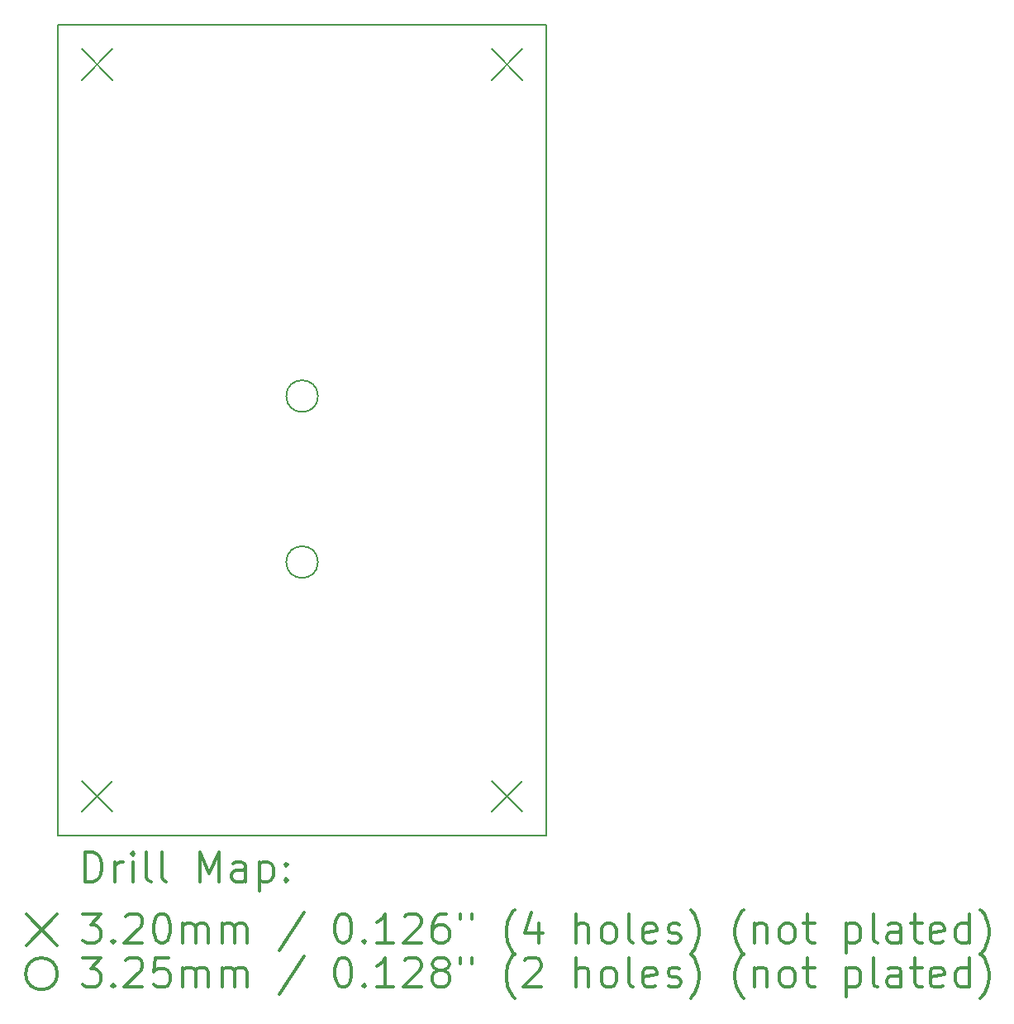
<source format=gbr>
%FSLAX45Y45*%
G04 Gerber Fmt 4.5, Leading zero omitted, Abs format (unit mm)*
G04 Created by KiCad (PCBNEW 6.0.0-rc1-unknown-f2ccad3~66~ubuntu18.04.1) date Mi 07 Nov 2018 22:10:33 CET*
%MOMM*%
%LPD*%
G01*
G04 APERTURE LIST*
%ADD10C,0.150000*%
%ADD11C,0.200000*%
%ADD12C,0.300000*%
G04 APERTURE END LIST*
D10*
X5000000Y0D02*
X5000000Y8300000D01*
X0Y8300000D02*
X0Y0D01*
X5000000Y8300000D02*
X0Y8300000D01*
X0Y0D02*
X5000000Y0D01*
D11*
X4440000Y8060000D02*
X4760000Y7740000D01*
X4760000Y8060000D02*
X4440000Y7740000D01*
X240000Y560000D02*
X560000Y240000D01*
X560000Y560000D02*
X240000Y240000D01*
X240000Y8060000D02*
X560000Y7740000D01*
X560000Y8060000D02*
X240000Y7740000D01*
X4440000Y560000D02*
X4760000Y240000D01*
X4760000Y560000D02*
X4440000Y240000D01*
X2662500Y2800000D02*
G75*
G03X2662500Y2800000I-162500J0D01*
G01*
X2662500Y4500000D02*
G75*
G03X2662500Y4500000I-162500J0D01*
G01*
D12*
X278928Y-473214D02*
X278928Y-173214D01*
X350357Y-173214D01*
X393214Y-187500D01*
X421786Y-216071D01*
X436071Y-244643D01*
X450357Y-301786D01*
X450357Y-344643D01*
X436071Y-401786D01*
X421786Y-430357D01*
X393214Y-458929D01*
X350357Y-473214D01*
X278928Y-473214D01*
X578928Y-473214D02*
X578928Y-273214D01*
X578928Y-330357D02*
X593214Y-301786D01*
X607500Y-287500D01*
X636071Y-273214D01*
X664643Y-273214D01*
X764643Y-473214D02*
X764643Y-273214D01*
X764643Y-173214D02*
X750357Y-187500D01*
X764643Y-201786D01*
X778928Y-187500D01*
X764643Y-173214D01*
X764643Y-201786D01*
X950357Y-473214D02*
X921786Y-458929D01*
X907500Y-430357D01*
X907500Y-173214D01*
X1107500Y-473214D02*
X1078928Y-458929D01*
X1064643Y-430357D01*
X1064643Y-173214D01*
X1450357Y-473214D02*
X1450357Y-173214D01*
X1550357Y-387500D01*
X1650357Y-173214D01*
X1650357Y-473214D01*
X1921786Y-473214D02*
X1921786Y-316072D01*
X1907500Y-287500D01*
X1878928Y-273214D01*
X1821786Y-273214D01*
X1793214Y-287500D01*
X1921786Y-458929D02*
X1893214Y-473214D01*
X1821786Y-473214D01*
X1793214Y-458929D01*
X1778928Y-430357D01*
X1778928Y-401786D01*
X1793214Y-373214D01*
X1821786Y-358929D01*
X1893214Y-358929D01*
X1921786Y-344643D01*
X2064643Y-273214D02*
X2064643Y-573214D01*
X2064643Y-287500D02*
X2093214Y-273214D01*
X2150357Y-273214D01*
X2178928Y-287500D01*
X2193214Y-301786D01*
X2207500Y-330357D01*
X2207500Y-416071D01*
X2193214Y-444643D01*
X2178928Y-458929D01*
X2150357Y-473214D01*
X2093214Y-473214D01*
X2064643Y-458929D01*
X2336071Y-444643D02*
X2350357Y-458929D01*
X2336071Y-473214D01*
X2321786Y-458929D01*
X2336071Y-444643D01*
X2336071Y-473214D01*
X2336071Y-287500D02*
X2350357Y-301786D01*
X2336071Y-316072D01*
X2321786Y-301786D01*
X2336071Y-287500D01*
X2336071Y-316072D01*
X-327500Y-807500D02*
X-7500Y-1127500D01*
X-7500Y-807500D02*
X-327500Y-1127500D01*
X250357Y-803214D02*
X436071Y-803214D01*
X336071Y-917500D01*
X378928Y-917500D01*
X407500Y-931786D01*
X421786Y-946071D01*
X436071Y-974643D01*
X436071Y-1046071D01*
X421786Y-1074643D01*
X407500Y-1088929D01*
X378928Y-1103214D01*
X293214Y-1103214D01*
X264643Y-1088929D01*
X250357Y-1074643D01*
X564643Y-1074643D02*
X578928Y-1088929D01*
X564643Y-1103214D01*
X550357Y-1088929D01*
X564643Y-1074643D01*
X564643Y-1103214D01*
X693214Y-831786D02*
X707500Y-817500D01*
X736071Y-803214D01*
X807500Y-803214D01*
X836071Y-817500D01*
X850357Y-831786D01*
X864643Y-860357D01*
X864643Y-888929D01*
X850357Y-931786D01*
X678928Y-1103214D01*
X864643Y-1103214D01*
X1050357Y-803214D02*
X1078928Y-803214D01*
X1107500Y-817500D01*
X1121786Y-831786D01*
X1136071Y-860357D01*
X1150357Y-917500D01*
X1150357Y-988929D01*
X1136071Y-1046071D01*
X1121786Y-1074643D01*
X1107500Y-1088929D01*
X1078928Y-1103214D01*
X1050357Y-1103214D01*
X1021786Y-1088929D01*
X1007500Y-1074643D01*
X993214Y-1046071D01*
X978928Y-988929D01*
X978928Y-917500D01*
X993214Y-860357D01*
X1007500Y-831786D01*
X1021786Y-817500D01*
X1050357Y-803214D01*
X1278928Y-1103214D02*
X1278928Y-903214D01*
X1278928Y-931786D02*
X1293214Y-917500D01*
X1321786Y-903214D01*
X1364643Y-903214D01*
X1393214Y-917500D01*
X1407500Y-946071D01*
X1407500Y-1103214D01*
X1407500Y-946071D02*
X1421786Y-917500D01*
X1450357Y-903214D01*
X1493214Y-903214D01*
X1521786Y-917500D01*
X1536071Y-946071D01*
X1536071Y-1103214D01*
X1678928Y-1103214D02*
X1678928Y-903214D01*
X1678928Y-931786D02*
X1693214Y-917500D01*
X1721786Y-903214D01*
X1764643Y-903214D01*
X1793214Y-917500D01*
X1807500Y-946071D01*
X1807500Y-1103214D01*
X1807500Y-946071D02*
X1821786Y-917500D01*
X1850357Y-903214D01*
X1893214Y-903214D01*
X1921786Y-917500D01*
X1936071Y-946071D01*
X1936071Y-1103214D01*
X2521786Y-788929D02*
X2264643Y-1174643D01*
X2907500Y-803214D02*
X2936071Y-803214D01*
X2964643Y-817500D01*
X2978928Y-831786D01*
X2993214Y-860357D01*
X3007500Y-917500D01*
X3007500Y-988929D01*
X2993214Y-1046071D01*
X2978928Y-1074643D01*
X2964643Y-1088929D01*
X2936071Y-1103214D01*
X2907500Y-1103214D01*
X2878928Y-1088929D01*
X2864643Y-1074643D01*
X2850357Y-1046071D01*
X2836071Y-988929D01*
X2836071Y-917500D01*
X2850357Y-860357D01*
X2864643Y-831786D01*
X2878928Y-817500D01*
X2907500Y-803214D01*
X3136071Y-1074643D02*
X3150357Y-1088929D01*
X3136071Y-1103214D01*
X3121786Y-1088929D01*
X3136071Y-1074643D01*
X3136071Y-1103214D01*
X3436071Y-1103214D02*
X3264643Y-1103214D01*
X3350357Y-1103214D02*
X3350357Y-803214D01*
X3321786Y-846071D01*
X3293214Y-874643D01*
X3264643Y-888929D01*
X3550357Y-831786D02*
X3564643Y-817500D01*
X3593214Y-803214D01*
X3664643Y-803214D01*
X3693214Y-817500D01*
X3707500Y-831786D01*
X3721786Y-860357D01*
X3721786Y-888929D01*
X3707500Y-931786D01*
X3536071Y-1103214D01*
X3721786Y-1103214D01*
X3978928Y-803214D02*
X3921786Y-803214D01*
X3893214Y-817500D01*
X3878928Y-831786D01*
X3850357Y-874643D01*
X3836071Y-931786D01*
X3836071Y-1046071D01*
X3850357Y-1074643D01*
X3864643Y-1088929D01*
X3893214Y-1103214D01*
X3950357Y-1103214D01*
X3978928Y-1088929D01*
X3993214Y-1074643D01*
X4007500Y-1046071D01*
X4007500Y-974643D01*
X3993214Y-946071D01*
X3978928Y-931786D01*
X3950357Y-917500D01*
X3893214Y-917500D01*
X3864643Y-931786D01*
X3850357Y-946071D01*
X3836071Y-974643D01*
X4121786Y-803214D02*
X4121786Y-860357D01*
X4236071Y-803214D02*
X4236071Y-860357D01*
X4678928Y-1217500D02*
X4664643Y-1203214D01*
X4636071Y-1160357D01*
X4621786Y-1131786D01*
X4607500Y-1088929D01*
X4593214Y-1017500D01*
X4593214Y-960357D01*
X4607500Y-888929D01*
X4621786Y-846071D01*
X4636071Y-817500D01*
X4664643Y-774643D01*
X4678928Y-760357D01*
X4921786Y-903214D02*
X4921786Y-1103214D01*
X4850357Y-788929D02*
X4778928Y-1003214D01*
X4964643Y-1003214D01*
X5307500Y-1103214D02*
X5307500Y-803214D01*
X5436071Y-1103214D02*
X5436071Y-946071D01*
X5421786Y-917500D01*
X5393214Y-903214D01*
X5350357Y-903214D01*
X5321786Y-917500D01*
X5307500Y-931786D01*
X5621786Y-1103214D02*
X5593214Y-1088929D01*
X5578928Y-1074643D01*
X5564643Y-1046071D01*
X5564643Y-960357D01*
X5578928Y-931786D01*
X5593214Y-917500D01*
X5621786Y-903214D01*
X5664643Y-903214D01*
X5693214Y-917500D01*
X5707500Y-931786D01*
X5721786Y-960357D01*
X5721786Y-1046071D01*
X5707500Y-1074643D01*
X5693214Y-1088929D01*
X5664643Y-1103214D01*
X5621786Y-1103214D01*
X5893214Y-1103214D02*
X5864643Y-1088929D01*
X5850357Y-1060357D01*
X5850357Y-803214D01*
X6121786Y-1088929D02*
X6093214Y-1103214D01*
X6036071Y-1103214D01*
X6007500Y-1088929D01*
X5993214Y-1060357D01*
X5993214Y-946071D01*
X6007500Y-917500D01*
X6036071Y-903214D01*
X6093214Y-903214D01*
X6121786Y-917500D01*
X6136071Y-946071D01*
X6136071Y-974643D01*
X5993214Y-1003214D01*
X6250357Y-1088929D02*
X6278928Y-1103214D01*
X6336071Y-1103214D01*
X6364643Y-1088929D01*
X6378928Y-1060357D01*
X6378928Y-1046071D01*
X6364643Y-1017500D01*
X6336071Y-1003214D01*
X6293214Y-1003214D01*
X6264643Y-988929D01*
X6250357Y-960357D01*
X6250357Y-946071D01*
X6264643Y-917500D01*
X6293214Y-903214D01*
X6336071Y-903214D01*
X6364643Y-917500D01*
X6478928Y-1217500D02*
X6493214Y-1203214D01*
X6521786Y-1160357D01*
X6536071Y-1131786D01*
X6550357Y-1088929D01*
X6564643Y-1017500D01*
X6564643Y-960357D01*
X6550357Y-888929D01*
X6536071Y-846071D01*
X6521786Y-817500D01*
X6493214Y-774643D01*
X6478928Y-760357D01*
X7021786Y-1217500D02*
X7007500Y-1203214D01*
X6978928Y-1160357D01*
X6964643Y-1131786D01*
X6950357Y-1088929D01*
X6936071Y-1017500D01*
X6936071Y-960357D01*
X6950357Y-888929D01*
X6964643Y-846071D01*
X6978928Y-817500D01*
X7007500Y-774643D01*
X7021786Y-760357D01*
X7136071Y-903214D02*
X7136071Y-1103214D01*
X7136071Y-931786D02*
X7150357Y-917500D01*
X7178928Y-903214D01*
X7221786Y-903214D01*
X7250357Y-917500D01*
X7264643Y-946071D01*
X7264643Y-1103214D01*
X7450357Y-1103214D02*
X7421786Y-1088929D01*
X7407500Y-1074643D01*
X7393214Y-1046071D01*
X7393214Y-960357D01*
X7407500Y-931786D01*
X7421786Y-917500D01*
X7450357Y-903214D01*
X7493214Y-903214D01*
X7521786Y-917500D01*
X7536071Y-931786D01*
X7550357Y-960357D01*
X7550357Y-1046071D01*
X7536071Y-1074643D01*
X7521786Y-1088929D01*
X7493214Y-1103214D01*
X7450357Y-1103214D01*
X7636071Y-903214D02*
X7750357Y-903214D01*
X7678928Y-803214D02*
X7678928Y-1060357D01*
X7693214Y-1088929D01*
X7721786Y-1103214D01*
X7750357Y-1103214D01*
X8078928Y-903214D02*
X8078928Y-1203214D01*
X8078928Y-917500D02*
X8107500Y-903214D01*
X8164643Y-903214D01*
X8193214Y-917500D01*
X8207500Y-931786D01*
X8221786Y-960357D01*
X8221786Y-1046071D01*
X8207500Y-1074643D01*
X8193214Y-1088929D01*
X8164643Y-1103214D01*
X8107500Y-1103214D01*
X8078928Y-1088929D01*
X8393214Y-1103214D02*
X8364643Y-1088929D01*
X8350357Y-1060357D01*
X8350357Y-803214D01*
X8636071Y-1103214D02*
X8636071Y-946071D01*
X8621786Y-917500D01*
X8593214Y-903214D01*
X8536071Y-903214D01*
X8507500Y-917500D01*
X8636071Y-1088929D02*
X8607500Y-1103214D01*
X8536071Y-1103214D01*
X8507500Y-1088929D01*
X8493214Y-1060357D01*
X8493214Y-1031786D01*
X8507500Y-1003214D01*
X8536071Y-988929D01*
X8607500Y-988929D01*
X8636071Y-974643D01*
X8736071Y-903214D02*
X8850357Y-903214D01*
X8778928Y-803214D02*
X8778928Y-1060357D01*
X8793214Y-1088929D01*
X8821786Y-1103214D01*
X8850357Y-1103214D01*
X9064643Y-1088929D02*
X9036071Y-1103214D01*
X8978928Y-1103214D01*
X8950357Y-1088929D01*
X8936071Y-1060357D01*
X8936071Y-946071D01*
X8950357Y-917500D01*
X8978928Y-903214D01*
X9036071Y-903214D01*
X9064643Y-917500D01*
X9078928Y-946071D01*
X9078928Y-974643D01*
X8936071Y-1003214D01*
X9336071Y-1103214D02*
X9336071Y-803214D01*
X9336071Y-1088929D02*
X9307500Y-1103214D01*
X9250357Y-1103214D01*
X9221786Y-1088929D01*
X9207500Y-1074643D01*
X9193214Y-1046071D01*
X9193214Y-960357D01*
X9207500Y-931786D01*
X9221786Y-917500D01*
X9250357Y-903214D01*
X9307500Y-903214D01*
X9336071Y-917500D01*
X9450357Y-1217500D02*
X9464643Y-1203214D01*
X9493214Y-1160357D01*
X9507500Y-1131786D01*
X9521786Y-1088929D01*
X9536071Y-1017500D01*
X9536071Y-960357D01*
X9521786Y-888929D01*
X9507500Y-846071D01*
X9493214Y-817500D01*
X9464643Y-774643D01*
X9450357Y-760357D01*
X-7500Y-1417500D02*
G75*
G03X-7500Y-1417500I-162500J0D01*
G01*
X250357Y-1253214D02*
X436071Y-1253214D01*
X336071Y-1367500D01*
X378928Y-1367500D01*
X407500Y-1381786D01*
X421786Y-1396072D01*
X436071Y-1424643D01*
X436071Y-1496071D01*
X421786Y-1524643D01*
X407500Y-1538929D01*
X378928Y-1553214D01*
X293214Y-1553214D01*
X264643Y-1538929D01*
X250357Y-1524643D01*
X564643Y-1524643D02*
X578928Y-1538929D01*
X564643Y-1553214D01*
X550357Y-1538929D01*
X564643Y-1524643D01*
X564643Y-1553214D01*
X693214Y-1281786D02*
X707500Y-1267500D01*
X736071Y-1253214D01*
X807500Y-1253214D01*
X836071Y-1267500D01*
X850357Y-1281786D01*
X864643Y-1310357D01*
X864643Y-1338929D01*
X850357Y-1381786D01*
X678928Y-1553214D01*
X864643Y-1553214D01*
X1136071Y-1253214D02*
X993214Y-1253214D01*
X978928Y-1396072D01*
X993214Y-1381786D01*
X1021786Y-1367500D01*
X1093214Y-1367500D01*
X1121786Y-1381786D01*
X1136071Y-1396072D01*
X1150357Y-1424643D01*
X1150357Y-1496071D01*
X1136071Y-1524643D01*
X1121786Y-1538929D01*
X1093214Y-1553214D01*
X1021786Y-1553214D01*
X993214Y-1538929D01*
X978928Y-1524643D01*
X1278928Y-1553214D02*
X1278928Y-1353214D01*
X1278928Y-1381786D02*
X1293214Y-1367500D01*
X1321786Y-1353214D01*
X1364643Y-1353214D01*
X1393214Y-1367500D01*
X1407500Y-1396072D01*
X1407500Y-1553214D01*
X1407500Y-1396072D02*
X1421786Y-1367500D01*
X1450357Y-1353214D01*
X1493214Y-1353214D01*
X1521786Y-1367500D01*
X1536071Y-1396072D01*
X1536071Y-1553214D01*
X1678928Y-1553214D02*
X1678928Y-1353214D01*
X1678928Y-1381786D02*
X1693214Y-1367500D01*
X1721786Y-1353214D01*
X1764643Y-1353214D01*
X1793214Y-1367500D01*
X1807500Y-1396072D01*
X1807500Y-1553214D01*
X1807500Y-1396072D02*
X1821786Y-1367500D01*
X1850357Y-1353214D01*
X1893214Y-1353214D01*
X1921786Y-1367500D01*
X1936071Y-1396072D01*
X1936071Y-1553214D01*
X2521786Y-1238929D02*
X2264643Y-1624643D01*
X2907500Y-1253214D02*
X2936071Y-1253214D01*
X2964643Y-1267500D01*
X2978928Y-1281786D01*
X2993214Y-1310357D01*
X3007500Y-1367500D01*
X3007500Y-1438929D01*
X2993214Y-1496071D01*
X2978928Y-1524643D01*
X2964643Y-1538929D01*
X2936071Y-1553214D01*
X2907500Y-1553214D01*
X2878928Y-1538929D01*
X2864643Y-1524643D01*
X2850357Y-1496071D01*
X2836071Y-1438929D01*
X2836071Y-1367500D01*
X2850357Y-1310357D01*
X2864643Y-1281786D01*
X2878928Y-1267500D01*
X2907500Y-1253214D01*
X3136071Y-1524643D02*
X3150357Y-1538929D01*
X3136071Y-1553214D01*
X3121786Y-1538929D01*
X3136071Y-1524643D01*
X3136071Y-1553214D01*
X3436071Y-1553214D02*
X3264643Y-1553214D01*
X3350357Y-1553214D02*
X3350357Y-1253214D01*
X3321786Y-1296072D01*
X3293214Y-1324643D01*
X3264643Y-1338929D01*
X3550357Y-1281786D02*
X3564643Y-1267500D01*
X3593214Y-1253214D01*
X3664643Y-1253214D01*
X3693214Y-1267500D01*
X3707500Y-1281786D01*
X3721786Y-1310357D01*
X3721786Y-1338929D01*
X3707500Y-1381786D01*
X3536071Y-1553214D01*
X3721786Y-1553214D01*
X3893214Y-1381786D02*
X3864643Y-1367500D01*
X3850357Y-1353214D01*
X3836071Y-1324643D01*
X3836071Y-1310357D01*
X3850357Y-1281786D01*
X3864643Y-1267500D01*
X3893214Y-1253214D01*
X3950357Y-1253214D01*
X3978928Y-1267500D01*
X3993214Y-1281786D01*
X4007500Y-1310357D01*
X4007500Y-1324643D01*
X3993214Y-1353214D01*
X3978928Y-1367500D01*
X3950357Y-1381786D01*
X3893214Y-1381786D01*
X3864643Y-1396072D01*
X3850357Y-1410357D01*
X3836071Y-1438929D01*
X3836071Y-1496071D01*
X3850357Y-1524643D01*
X3864643Y-1538929D01*
X3893214Y-1553214D01*
X3950357Y-1553214D01*
X3978928Y-1538929D01*
X3993214Y-1524643D01*
X4007500Y-1496071D01*
X4007500Y-1438929D01*
X3993214Y-1410357D01*
X3978928Y-1396072D01*
X3950357Y-1381786D01*
X4121786Y-1253214D02*
X4121786Y-1310357D01*
X4236071Y-1253214D02*
X4236071Y-1310357D01*
X4678928Y-1667500D02*
X4664643Y-1653214D01*
X4636071Y-1610357D01*
X4621786Y-1581786D01*
X4607500Y-1538929D01*
X4593214Y-1467500D01*
X4593214Y-1410357D01*
X4607500Y-1338929D01*
X4621786Y-1296072D01*
X4636071Y-1267500D01*
X4664643Y-1224643D01*
X4678928Y-1210357D01*
X4778928Y-1281786D02*
X4793214Y-1267500D01*
X4821786Y-1253214D01*
X4893214Y-1253214D01*
X4921786Y-1267500D01*
X4936071Y-1281786D01*
X4950357Y-1310357D01*
X4950357Y-1338929D01*
X4936071Y-1381786D01*
X4764643Y-1553214D01*
X4950357Y-1553214D01*
X5307500Y-1553214D02*
X5307500Y-1253214D01*
X5436071Y-1553214D02*
X5436071Y-1396072D01*
X5421786Y-1367500D01*
X5393214Y-1353214D01*
X5350357Y-1353214D01*
X5321786Y-1367500D01*
X5307500Y-1381786D01*
X5621786Y-1553214D02*
X5593214Y-1538929D01*
X5578928Y-1524643D01*
X5564643Y-1496071D01*
X5564643Y-1410357D01*
X5578928Y-1381786D01*
X5593214Y-1367500D01*
X5621786Y-1353214D01*
X5664643Y-1353214D01*
X5693214Y-1367500D01*
X5707500Y-1381786D01*
X5721786Y-1410357D01*
X5721786Y-1496071D01*
X5707500Y-1524643D01*
X5693214Y-1538929D01*
X5664643Y-1553214D01*
X5621786Y-1553214D01*
X5893214Y-1553214D02*
X5864643Y-1538929D01*
X5850357Y-1510357D01*
X5850357Y-1253214D01*
X6121786Y-1538929D02*
X6093214Y-1553214D01*
X6036071Y-1553214D01*
X6007500Y-1538929D01*
X5993214Y-1510357D01*
X5993214Y-1396072D01*
X6007500Y-1367500D01*
X6036071Y-1353214D01*
X6093214Y-1353214D01*
X6121786Y-1367500D01*
X6136071Y-1396072D01*
X6136071Y-1424643D01*
X5993214Y-1453214D01*
X6250357Y-1538929D02*
X6278928Y-1553214D01*
X6336071Y-1553214D01*
X6364643Y-1538929D01*
X6378928Y-1510357D01*
X6378928Y-1496071D01*
X6364643Y-1467500D01*
X6336071Y-1453214D01*
X6293214Y-1453214D01*
X6264643Y-1438929D01*
X6250357Y-1410357D01*
X6250357Y-1396072D01*
X6264643Y-1367500D01*
X6293214Y-1353214D01*
X6336071Y-1353214D01*
X6364643Y-1367500D01*
X6478928Y-1667500D02*
X6493214Y-1653214D01*
X6521786Y-1610357D01*
X6536071Y-1581786D01*
X6550357Y-1538929D01*
X6564643Y-1467500D01*
X6564643Y-1410357D01*
X6550357Y-1338929D01*
X6536071Y-1296072D01*
X6521786Y-1267500D01*
X6493214Y-1224643D01*
X6478928Y-1210357D01*
X7021786Y-1667500D02*
X7007500Y-1653214D01*
X6978928Y-1610357D01*
X6964643Y-1581786D01*
X6950357Y-1538929D01*
X6936071Y-1467500D01*
X6936071Y-1410357D01*
X6950357Y-1338929D01*
X6964643Y-1296072D01*
X6978928Y-1267500D01*
X7007500Y-1224643D01*
X7021786Y-1210357D01*
X7136071Y-1353214D02*
X7136071Y-1553214D01*
X7136071Y-1381786D02*
X7150357Y-1367500D01*
X7178928Y-1353214D01*
X7221786Y-1353214D01*
X7250357Y-1367500D01*
X7264643Y-1396072D01*
X7264643Y-1553214D01*
X7450357Y-1553214D02*
X7421786Y-1538929D01*
X7407500Y-1524643D01*
X7393214Y-1496071D01*
X7393214Y-1410357D01*
X7407500Y-1381786D01*
X7421786Y-1367500D01*
X7450357Y-1353214D01*
X7493214Y-1353214D01*
X7521786Y-1367500D01*
X7536071Y-1381786D01*
X7550357Y-1410357D01*
X7550357Y-1496071D01*
X7536071Y-1524643D01*
X7521786Y-1538929D01*
X7493214Y-1553214D01*
X7450357Y-1553214D01*
X7636071Y-1353214D02*
X7750357Y-1353214D01*
X7678928Y-1253214D02*
X7678928Y-1510357D01*
X7693214Y-1538929D01*
X7721786Y-1553214D01*
X7750357Y-1553214D01*
X8078928Y-1353214D02*
X8078928Y-1653214D01*
X8078928Y-1367500D02*
X8107500Y-1353214D01*
X8164643Y-1353214D01*
X8193214Y-1367500D01*
X8207500Y-1381786D01*
X8221786Y-1410357D01*
X8221786Y-1496071D01*
X8207500Y-1524643D01*
X8193214Y-1538929D01*
X8164643Y-1553214D01*
X8107500Y-1553214D01*
X8078928Y-1538929D01*
X8393214Y-1553214D02*
X8364643Y-1538929D01*
X8350357Y-1510357D01*
X8350357Y-1253214D01*
X8636071Y-1553214D02*
X8636071Y-1396072D01*
X8621786Y-1367500D01*
X8593214Y-1353214D01*
X8536071Y-1353214D01*
X8507500Y-1367500D01*
X8636071Y-1538929D02*
X8607500Y-1553214D01*
X8536071Y-1553214D01*
X8507500Y-1538929D01*
X8493214Y-1510357D01*
X8493214Y-1481786D01*
X8507500Y-1453214D01*
X8536071Y-1438929D01*
X8607500Y-1438929D01*
X8636071Y-1424643D01*
X8736071Y-1353214D02*
X8850357Y-1353214D01*
X8778928Y-1253214D02*
X8778928Y-1510357D01*
X8793214Y-1538929D01*
X8821786Y-1553214D01*
X8850357Y-1553214D01*
X9064643Y-1538929D02*
X9036071Y-1553214D01*
X8978928Y-1553214D01*
X8950357Y-1538929D01*
X8936071Y-1510357D01*
X8936071Y-1396072D01*
X8950357Y-1367500D01*
X8978928Y-1353214D01*
X9036071Y-1353214D01*
X9064643Y-1367500D01*
X9078928Y-1396072D01*
X9078928Y-1424643D01*
X8936071Y-1453214D01*
X9336071Y-1553214D02*
X9336071Y-1253214D01*
X9336071Y-1538929D02*
X9307500Y-1553214D01*
X9250357Y-1553214D01*
X9221786Y-1538929D01*
X9207500Y-1524643D01*
X9193214Y-1496071D01*
X9193214Y-1410357D01*
X9207500Y-1381786D01*
X9221786Y-1367500D01*
X9250357Y-1353214D01*
X9307500Y-1353214D01*
X9336071Y-1367500D01*
X9450357Y-1667500D02*
X9464643Y-1653214D01*
X9493214Y-1610357D01*
X9507500Y-1581786D01*
X9521786Y-1538929D01*
X9536071Y-1467500D01*
X9536071Y-1410357D01*
X9521786Y-1338929D01*
X9507500Y-1296072D01*
X9493214Y-1267500D01*
X9464643Y-1224643D01*
X9450357Y-1210357D01*
M02*

</source>
